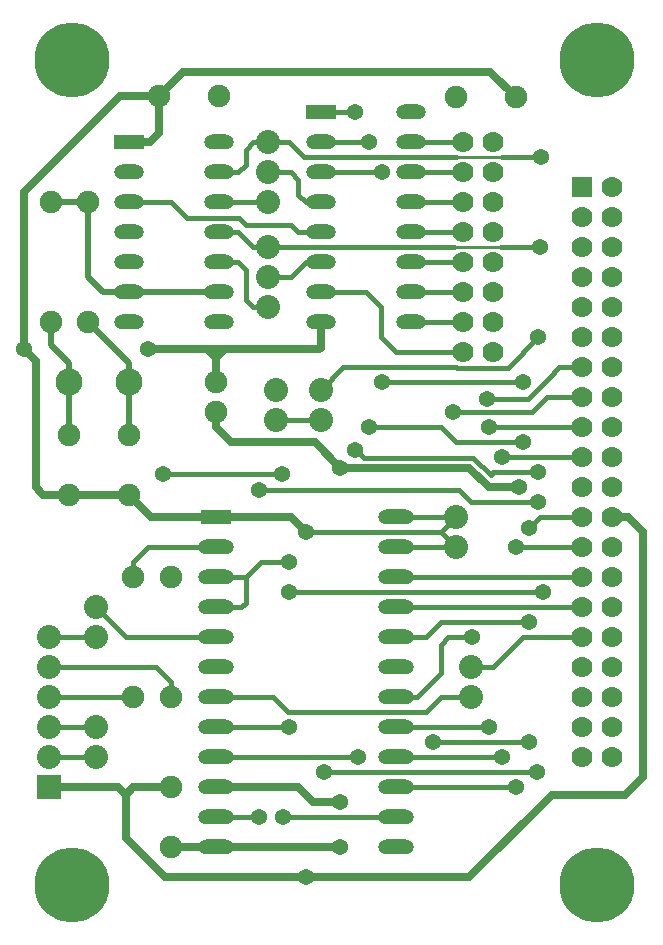
<source format=gbl>
G04 Layer_Physical_Order=2*
G04 Layer_Color=16711680*
%FSLAX25Y25*%
%MOIN*%
G70*
G01*
G75*
%ADD10C,0.01500*%
%ADD11C,0.02500*%
%ADD12C,0.01000*%
%ADD13C,0.02000*%
%ADD14C,0.07500*%
%ADD15R,0.07000X0.07000*%
%ADD16C,0.07000*%
%ADD17C,0.09000*%
%ADD18C,0.08000*%
%ADD19C,0.25000*%
%ADD20R,0.08000X0.08000*%
%ADD21R,0.10000X0.05000*%
%ADD22O,0.10000X0.05000*%
%ADD23O,0.12000X0.05000*%
%ADD24C,0.05400*%
D10*
X525000Y294500D02*
X564500D01*
X563500Y295500D02*
X564500Y294500D01*
X525000D02*
Y295000D01*
X525500Y295500D01*
X532750Y379750D02*
X550250D01*
X552500Y377500D01*
X567500D01*
X570000Y375000D01*
X635000Y230000D02*
X645000Y240000D01*
X664500D01*
X627500Y230000D02*
X635000D01*
X566500Y215000D02*
X612500D01*
X617500Y220000D01*
X627500D01*
X617500Y228000D02*
Y237500D01*
X620000Y240000D02*
X628000D01*
X617500Y237500D02*
X620000Y240000D01*
X609500Y220000D02*
X617500Y228000D01*
X602500Y220000D02*
X609500D01*
X617500Y245000D02*
X647000D01*
X612500Y240000D02*
X617500Y245000D01*
X602500Y240000D02*
X612500D01*
X637500Y370000D02*
X650500D01*
X639750Y329750D02*
X650000Y340000D01*
X622825Y329750D02*
X639750D01*
X627500Y285000D02*
X650000D01*
X650500Y280000D02*
X664500D01*
X647000Y276500D02*
X650500Y280000D01*
X567000Y255000D02*
X651500D01*
X638000Y400000D02*
X651000D01*
X578500Y195000D02*
X649500D01*
X615000Y205000D02*
X647000D01*
X557000Y289000D02*
X623500D01*
X627500Y285000D01*
X557500Y265000D02*
X567000D01*
X621500Y315000D02*
X648000D01*
X634048Y294048D02*
X634048D01*
X628346Y299750D02*
X634048Y294048D01*
X634048D02*
X635000Y295000D01*
X591750Y299750D02*
X628346D01*
X589000Y302500D02*
X591750Y299750D01*
X617500Y275000D02*
X622500Y270000D01*
X617500Y275000D02*
X622500Y280000D01*
X572500Y275000D02*
X617500D01*
X622500Y305000D02*
X645000D01*
X617500Y310000D02*
X622500Y305000D01*
X593500Y310000D02*
X617500D01*
X633000Y319500D02*
X646500D01*
X648000Y315000D02*
X653000Y320000D01*
X552500Y251500D02*
Y260000D01*
X551000Y250000D02*
X552500Y251500D01*
X542500Y250000D02*
X551000D01*
X552500Y260000D02*
X557500Y265000D01*
X562500Y312500D02*
X577500D01*
X585000Y330000D02*
X622575D01*
X577500Y322500D02*
X585000Y330000D01*
X622575D02*
X622825Y329750D01*
X598000Y325000D02*
X645000D01*
X597500D02*
X598000D01*
X597000Y325500D02*
X597500Y325000D01*
X646500Y319500D02*
X655250Y328250D01*
Y328432D01*
X656818Y330000D02*
X664500D01*
X655250Y328432D02*
X656818Y330000D01*
X653000Y320000D02*
X664500D01*
X607500Y395000D02*
X625000D01*
X607500Y385000D02*
X625000D01*
X607500Y375000D02*
X625000D01*
X607500Y365000D02*
X625000D01*
X607500Y355000D02*
X625000D01*
X607500Y345000D02*
X625000D01*
X602500Y335000D02*
X625000D01*
X597500Y340000D02*
X602500Y335000D01*
X597500Y340000D02*
Y350000D01*
X592500Y355000D02*
X597500Y350000D01*
X577500Y355000D02*
X592500D01*
X602500Y190000D02*
X642500D01*
Y270000D02*
X664500D01*
X638000Y300000D02*
X664500D01*
X602500Y200000D02*
X638000D01*
X602500Y210000D02*
X633500D01*
X602500Y260000D02*
X664500D01*
X602500Y250000D02*
X664500D01*
X561500Y220000D02*
X566500Y215000D01*
X543000Y220000D02*
X561500D01*
X602500Y280000D02*
X622500D01*
X602500Y270000D02*
X622500D01*
X542500Y210000D02*
X567000D01*
X512500Y240000D02*
X542500D01*
X502500Y250000D02*
X512500Y240000D01*
X487000D02*
X502500D01*
X520000Y270000D02*
X542500D01*
X515000Y265000D02*
X520000Y270000D01*
X515000Y260000D02*
Y265000D01*
X487000Y220000D02*
X515000D01*
X487000Y230000D02*
X522500D01*
X527500Y225000D01*
Y220000D02*
Y225000D01*
X487000Y210000D02*
X502500D01*
X487000Y200000D02*
X502500D01*
X633500Y310000D02*
X664500D01*
X635000Y295000D02*
X650000D01*
X542500Y200000D02*
X590000D01*
X542500Y180000D02*
X557000D01*
X542500Y260000D02*
X552500D01*
X543500Y395000D02*
X550000D01*
X552500Y397500D01*
Y402500D01*
X555000Y405000D01*
X560000D01*
X543500Y385000D02*
X560000D01*
X543500Y375000D02*
X550000D01*
X555000Y370000D01*
X560000D01*
X543500Y365000D02*
X550000D01*
X552500Y362500D01*
Y352500D02*
Y362500D01*
Y352500D02*
X555000Y350000D01*
X560000D01*
Y405000D02*
X567000D01*
X572000Y400000D01*
X607500Y405000D02*
X625000D01*
X572000Y400000D02*
X622500D01*
X513500Y385000D02*
X527500D01*
X532750Y379750D01*
X570000Y375000D02*
X577500D01*
X560000Y360000D02*
X567500D01*
X572500Y365000D01*
X577500D01*
X560000Y395000D02*
X567500D01*
X570000Y392500D01*
Y387500D02*
Y392500D01*
Y387500D02*
X572500Y385000D01*
X577500D01*
X565000Y180000D02*
X602500D01*
X560000Y370000D02*
X622000D01*
X577500Y415000D02*
X589000D01*
X577500Y405000D02*
X593500D01*
X577500Y395000D02*
X598000D01*
X597000Y325500D02*
X598000Y325000D01*
D11*
X633500Y290000D02*
X643500D01*
X654500Y187500D02*
X679000D01*
X627000Y160000D02*
X654500Y187500D01*
X572500Y160000D02*
X627000D01*
X531500Y428500D02*
X634000D01*
X523500Y420500D02*
X531500Y428500D01*
X634000D02*
X642500Y420000D01*
X539500Y336000D02*
X545500D01*
X520000D02*
X539500D01*
X542500Y333000D01*
X545500Y336000D02*
X577000D01*
X542500Y333000D02*
X545500Y336000D01*
X542500Y325000D02*
Y333000D01*
Y310000D02*
Y315000D01*
Y310000D02*
X547500Y305000D01*
X575500D01*
X584000Y296500D01*
X679000Y187500D02*
X685000Y193500D01*
Y275000D01*
X680000Y280000D02*
X685000Y275000D01*
X674500Y280000D02*
X680000D01*
X510000Y190000D02*
X512500Y187500D01*
X487000Y190000D02*
X510000D01*
X512500Y187500D02*
X515000Y190000D01*
X527500D01*
X512500Y173000D02*
Y187500D01*
Y173000D02*
X525500Y160000D01*
X572500D01*
X542500Y280000D02*
X567500D01*
X572500Y275000D01*
X627000Y296500D02*
X633500Y290000D01*
X584000Y296500D02*
X627000D01*
X527500Y170000D02*
X542500D01*
X584000D01*
X542500Y190000D02*
X570000D01*
X575000Y185000D01*
X584000D01*
X493500Y287500D02*
X513500D01*
X521000Y280000D02*
X542500D01*
X513500Y287500D02*
X521000Y280000D01*
X485000Y287500D02*
X493500D01*
X482500Y290000D02*
X485000Y287500D01*
X482500Y290000D02*
Y332000D01*
X510500Y420500D02*
X523500D01*
X513500Y405000D02*
X520500D01*
X523500Y408000D01*
Y420500D01*
X478500Y336000D02*
X482500Y332000D01*
X478500Y336000D02*
Y388500D01*
X510500Y420500D01*
X577500Y336500D02*
Y345000D01*
X577000Y336000D02*
X577500Y336500D01*
D12*
X622500Y400000D02*
X638000D01*
X622000Y370000D02*
X637500D01*
D13*
X493500Y307500D02*
Y325000D01*
X513500Y307500D02*
Y325000D01*
X487500Y385000D02*
X500000D01*
X493500Y325000D02*
Y331500D01*
X487500Y337500D02*
X493500Y331500D01*
X487500Y337500D02*
Y345000D01*
X513500Y325000D02*
Y331500D01*
X500000Y345000D02*
X513500Y331500D01*
X500000Y360000D02*
Y385000D01*
Y360000D02*
X505000Y355000D01*
X513500D01*
X543500D01*
D14*
X542500Y315000D02*
D03*
Y325000D02*
D03*
X527500Y170000D02*
D03*
Y190000D02*
D03*
X513500Y307500D02*
D03*
Y287500D02*
D03*
X493500Y307500D02*
D03*
Y287500D02*
D03*
X543500Y420500D02*
D03*
X523500D02*
D03*
X622500Y420000D02*
D03*
X642500D02*
D03*
X487500Y385000D02*
D03*
Y345000D02*
D03*
X515000Y220000D02*
D03*
Y260000D02*
D03*
X527500D02*
D03*
Y220000D02*
D03*
X500000Y345000D02*
D03*
Y385000D02*
D03*
D15*
X664500Y390000D02*
D03*
D16*
X674500D02*
D03*
X664500Y380000D02*
D03*
X674500D02*
D03*
X664500Y370000D02*
D03*
X674500D02*
D03*
X664500Y360000D02*
D03*
X674500D02*
D03*
X664500Y350000D02*
D03*
X674500D02*
D03*
X664500Y340000D02*
D03*
X674500D02*
D03*
X664500Y330000D02*
D03*
X674500D02*
D03*
X664500Y320000D02*
D03*
X674500D02*
D03*
X664500Y310000D02*
D03*
X674500D02*
D03*
X664500Y300000D02*
D03*
X674500D02*
D03*
X664500Y290000D02*
D03*
X674500D02*
D03*
X664500Y280000D02*
D03*
X674500D02*
D03*
X664500Y270000D02*
D03*
X674500D02*
D03*
X664500Y260000D02*
D03*
X674500D02*
D03*
X664500Y250000D02*
D03*
X674500D02*
D03*
X664500Y240000D02*
D03*
X674500D02*
D03*
X664500Y230000D02*
D03*
X674500D02*
D03*
X664500Y220000D02*
D03*
X674500D02*
D03*
X664500Y210000D02*
D03*
X674500D02*
D03*
X664500Y200000D02*
D03*
X674500D02*
D03*
X635000Y405000D02*
D03*
X625000D02*
D03*
Y395000D02*
D03*
X635000D02*
D03*
X625000Y385000D02*
D03*
X635000D02*
D03*
X625000Y375000D02*
D03*
X635000D02*
D03*
X625000Y365000D02*
D03*
X635000D02*
D03*
X625000Y355000D02*
D03*
X635000D02*
D03*
X625000Y345000D02*
D03*
X635000D02*
D03*
X625000Y335000D02*
D03*
X635000D02*
D03*
D17*
X493500Y325000D02*
D03*
X513500D02*
D03*
D18*
X502500Y250000D02*
D03*
Y240000D02*
D03*
Y200000D02*
D03*
Y210000D02*
D03*
X622500Y270000D02*
D03*
Y280000D02*
D03*
X562500Y322500D02*
D03*
Y312500D02*
D03*
X577500D02*
D03*
Y322500D02*
D03*
X627500Y220000D02*
D03*
Y230000D02*
D03*
X560000Y360000D02*
D03*
Y350000D02*
D03*
Y370000D02*
D03*
Y405000D02*
D03*
Y385000D02*
D03*
Y395000D02*
D03*
X487000Y240000D02*
D03*
Y230000D02*
D03*
Y220000D02*
D03*
Y200000D02*
D03*
Y210000D02*
D03*
D19*
X494500Y157500D02*
D03*
Y432500D02*
D03*
X669500D02*
D03*
Y157500D02*
D03*
D20*
X487000Y190000D02*
D03*
D21*
X513500Y405000D02*
D03*
X577500Y415000D02*
D03*
X542500Y280000D02*
D03*
D22*
X513500Y395000D02*
D03*
Y385000D02*
D03*
Y375000D02*
D03*
Y365000D02*
D03*
Y355000D02*
D03*
Y345000D02*
D03*
X543500D02*
D03*
Y355000D02*
D03*
Y365000D02*
D03*
Y375000D02*
D03*
Y385000D02*
D03*
Y395000D02*
D03*
Y405000D02*
D03*
X607500Y415000D02*
D03*
Y405000D02*
D03*
Y395000D02*
D03*
Y385000D02*
D03*
Y375000D02*
D03*
Y365000D02*
D03*
Y355000D02*
D03*
Y345000D02*
D03*
X577500D02*
D03*
Y355000D02*
D03*
Y365000D02*
D03*
Y375000D02*
D03*
Y385000D02*
D03*
Y395000D02*
D03*
Y405000D02*
D03*
D23*
X602500Y280000D02*
D03*
Y270000D02*
D03*
Y260000D02*
D03*
Y250000D02*
D03*
Y240000D02*
D03*
Y230000D02*
D03*
Y220000D02*
D03*
Y210000D02*
D03*
Y200000D02*
D03*
Y190000D02*
D03*
Y180000D02*
D03*
Y170000D02*
D03*
X542500D02*
D03*
Y180000D02*
D03*
Y190000D02*
D03*
Y200000D02*
D03*
Y210000D02*
D03*
Y220000D02*
D03*
Y230000D02*
D03*
Y240000D02*
D03*
Y250000D02*
D03*
Y260000D02*
D03*
Y270000D02*
D03*
D24*
X525000Y294500D02*
D03*
X564500D02*
D03*
X628000Y240000D02*
D03*
X650500Y370000D02*
D03*
X650000Y340000D02*
D03*
Y285000D02*
D03*
X647000Y276500D02*
D03*
X651500Y255000D02*
D03*
X651000Y400000D02*
D03*
X643500Y290000D02*
D03*
X649500Y195000D02*
D03*
X647000Y205000D02*
D03*
X557000Y289000D02*
D03*
X567000Y265000D02*
D03*
X621500Y315000D02*
D03*
X593500Y310000D02*
D03*
X633000Y319500D02*
D03*
X645000Y305000D02*
D03*
Y325000D02*
D03*
X642500Y190000D02*
D03*
Y270000D02*
D03*
X638000Y200000D02*
D03*
Y300000D02*
D03*
X633500Y210000D02*
D03*
X567000Y255000D02*
D03*
X647000Y245000D02*
D03*
X567000Y210000D02*
D03*
X572500Y160000D02*
D03*
X578500Y195000D02*
D03*
X615000Y205000D02*
D03*
X572500Y275000D02*
D03*
X633500Y310000D02*
D03*
X650000Y295000D02*
D03*
X584000Y170000D02*
D03*
Y296500D02*
D03*
X590000Y200000D02*
D03*
X584000Y185000D02*
D03*
X557000Y180000D02*
D03*
X478500Y336000D02*
D03*
X520000D02*
D03*
X565000Y180000D02*
D03*
X589000Y415000D02*
D03*
Y302500D02*
D03*
X593500Y405000D02*
D03*
X598000Y395000D02*
D03*
Y325000D02*
D03*
M02*

</source>
